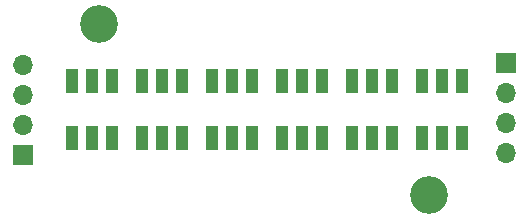
<source format=gbr>
%TF.GenerationSoftware,KiCad,Pcbnew,(6.0.0-0)*%
%TF.CreationDate,2022-03-11T16:24:22-05:00*%
%TF.ProjectId,Internal Body LED Strips,496e7465-726e-4616-9c20-426f6479204c,rev?*%
%TF.SameCoordinates,Original*%
%TF.FileFunction,Soldermask,Top*%
%TF.FilePolarity,Negative*%
%FSLAX46Y46*%
G04 Gerber Fmt 4.6, Leading zero omitted, Abs format (unit mm)*
G04 Created by KiCad (PCBNEW (6.0.0-0)) date 2022-03-11 16:24:22*
%MOMM*%
%LPD*%
G01*
G04 APERTURE LIST*
%ADD10C,3.200000*%
%ADD11R,1.700000X1.700000*%
%ADD12O,1.700000X1.700000*%
%ADD13R,1.100000X2.000000*%
G04 APERTURE END LIST*
D10*
%TO.C,REF\u002A\u002A*%
X161000000Y-114500000D03*
%TD*%
%TO.C,REF\u002A\u002A*%
X133000000Y-100000000D03*
%TD*%
D11*
%TO.C,J2*%
X167450000Y-103300000D03*
D12*
X167450000Y-105840000D03*
X167450000Y-108380000D03*
X167450000Y-110920000D03*
%TD*%
D11*
%TO.C,J1*%
X126560000Y-111150000D03*
D12*
X126560000Y-108610000D03*
X126560000Y-106070000D03*
X126560000Y-103530000D03*
%TD*%
D13*
%TO.C,D6*%
X160370000Y-109680000D03*
X162070000Y-109680000D03*
X163770000Y-109680000D03*
X163770000Y-104880000D03*
X162070000Y-104880000D03*
X160370000Y-104880000D03*
%TD*%
%TO.C,D5*%
X154440000Y-109680000D03*
X156140000Y-109680000D03*
X157840000Y-109680000D03*
X157840000Y-104880000D03*
X156140000Y-104880000D03*
X154440000Y-104880000D03*
%TD*%
%TO.C,D4*%
X148510000Y-109680000D03*
X150210000Y-109680000D03*
X151910000Y-109680000D03*
X151910000Y-104880000D03*
X150210000Y-104880000D03*
X148510000Y-104880000D03*
%TD*%
%TO.C,D3*%
X142580000Y-109680000D03*
X144280000Y-109680000D03*
X145980000Y-109680000D03*
X145980000Y-104880000D03*
X144280000Y-104880000D03*
X142580000Y-104880000D03*
%TD*%
%TO.C,D2*%
X136650000Y-109680000D03*
X138350000Y-109680000D03*
X140050000Y-109680000D03*
X140050000Y-104880000D03*
X138350000Y-104880000D03*
X136650000Y-104880000D03*
%TD*%
%TO.C,D1*%
X130720000Y-109680000D03*
X132420000Y-109680000D03*
X134120000Y-109680000D03*
X134120000Y-104880000D03*
X132420000Y-104880000D03*
X130720000Y-104880000D03*
%TD*%
M02*

</source>
